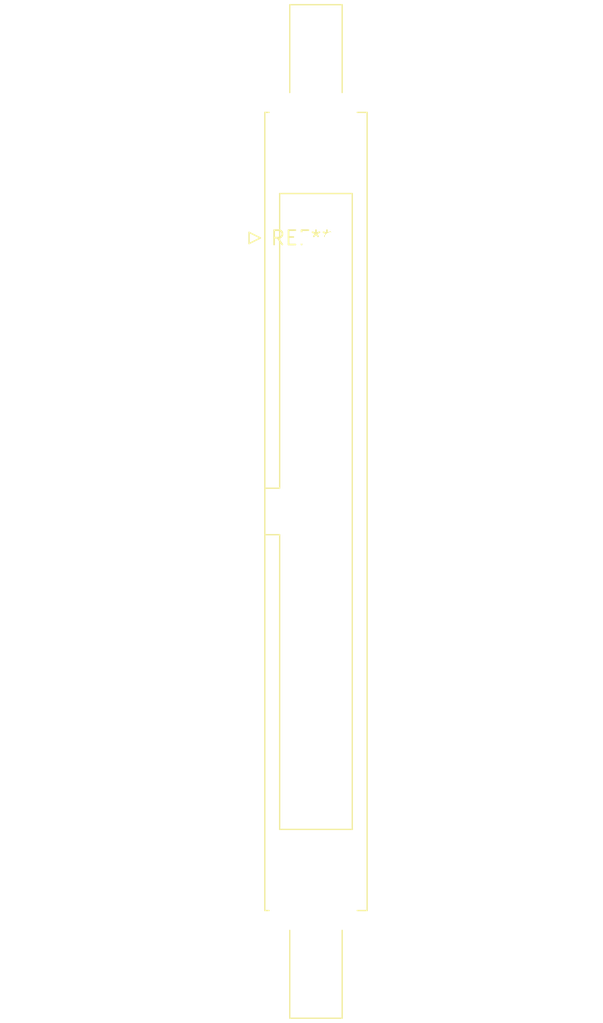
<source format=kicad_pcb>
(kicad_pcb (version 20240108) (generator pcbnew)
  (layers (0 "F.Cu" signal) (31 "B.Cu" signal) (34 "B.Paste" user) (35 "F.Paste" user) (36 "B.SilkS" user "B.Silkscreen") (37 "F.SilkS" user "F.Silkscreen") (38 "B.Mask" user) (39 "F.Mask" user) (44 "Edge.Cuts" user))
  (net 0 "")
  (footprint "IDC-Header_2x20-1MP_P2.54mm_Latch9.5mm_Vertical" (layer "F.Cu") (at 0 0)
    (property "Reference" "REF**")
    (property "Value" "IDC-Header_2x20-1MP_P2.54mm_Latch9.5mm_Vertical")
    (fp_line (start -4.63 -0.5) (end -4.63 0.5) (layer "F.SilkS") (stroke (width 0.12)))
    (fp_line (start -4.63 0.5) (end -3.63 0) (layer "F.SilkS") (stroke (width 0.12)))
    (fp_line (start -3.63 0) (end -4.63 -0.5) (layer "F.SilkS") (stroke (width 0.12)))
    (fp_line (start -3.24 -11.08) (end -3.24 59.34) (layer "F.SilkS") (stroke (width 0.12)))
    (fp_line (start -3.24 22.08) (end -1.93 22.08) (layer "F.SilkS") (stroke (width 0.12)))
    (fp_line (start -3.24 59.34) (end -2.87 59.34) (layer "F.SilkS") (stroke (width 0.12)))
    (fp_line (start -2.87 -11.08) (end -3.24 -11.08) (layer "F.SilkS") (stroke (width 0.12)))
    (fp_line (start -1.93 -3.92) (end 4.47 -3.92) (layer "F.SilkS") (stroke (width 0.12)))
    (fp_line (start -1.93 22.08) (end -1.93 -3.92) (layer "F.SilkS") (stroke (width 0.12)))
    (fp_line (start -1.93 26.18) (end -3.24 26.18) (layer "F.SilkS") (stroke (width 0.12)))
    (fp_line (start -1.93 26.18) (end -1.93 26.18) (layer "F.SilkS") (stroke (width 0.12)))
    (fp_line (start -1.93 52.18) (end -1.93 26.18) (layer "F.SilkS") (stroke (width 0.12)))
    (fp_line (start -1.04 -20.58) (end 3.58 -20.58) (layer "F.SilkS") (stroke (width 0.12)))
    (fp_line (start -1.04 -12.83) (end -1.04 -20.58) (layer "F.SilkS") (stroke (width 0.12)))
    (fp_line (start -1.04 61.09) (end -1.04 68.84) (layer "F.SilkS") (stroke (width 0.12)))
    (fp_line (start -1.04 68.84) (end 3.58 68.84) (layer "F.SilkS") (stroke (width 0.12)))
    (fp_line (start 3.58 -20.58) (end 3.58 -12.83) (layer "F.SilkS") (stroke (width 0.12)))
    (fp_line (start 3.58 68.84) (end 3.58 61.09) (layer "F.SilkS") (stroke (width 0.12)))
    (fp_line (start 4.47 -3.92) (end 4.47 52.18) (layer "F.SilkS") (stroke (width 0.12)))
    (fp_line (start 4.47 52.18) (end -1.93 52.18) (layer "F.SilkS") (stroke (width 0.12)))
    (fp_line (start 4.91 -11.08) (end 5.78 -11.08) (layer "F.SilkS") (stroke (width 0.12)))
    (fp_line (start 5.78 -11.08) (end 5.78 59.34) (layer "F.SilkS") (stroke (width 0.12)))
    (fp_line (start 5.78 59.34) (end 4.91 59.34) (layer "F.SilkS") (stroke (width 0.12)))
    (pad "1" thru_hole roundrect (at 0 0) (size 1.7 1.7) (drill 1) (layers *.Cu *.Mask) (remove_unused_layers) (roundrect_rratio 0.147059))
    (pad "2" thru_hole circle (at 2.54 0) (size 1.7 1.7) (drill 1) (layers *.Cu *.Mask) (remove_unused_layers))
    (pad "3" thru_hole circle (at 0 2.54) (size 1.7 1.7) (drill 1) (layers *.Cu *.Mask) (remove_unused_layers))
    (pad "4" thru_hole circle (at 2.54 2.54) (size 1.7 1.7) (drill 1) (layers *.Cu *.Mask) (remove_unused_layers))
    (pad "5" thru_hole circle (at 0 5.08) (size 1.7 1.7) (drill 1) (layers *.Cu *.Mask) (remove_unused_layers))
    (pad "6" thru_hole circle (at 2.54 5.08) (size 1.7 1.7) (drill 1) (layers *.Cu *.Mask) (remove_unused_layers))
    (pad "7" thru_hole circle (at 0 7.62) (size 1.7 1.7) (drill 1) (layers *.Cu *.Mask) (remove_unused_layers))
    (pad "8" thru_hole circle (at 2.54 7.62) (size 1.7 1.7) (drill 1) (layers *.Cu *.Mask) (remove_unused_layers))
    (pad "9" thru_hole circle (at 0 10.16) (size 1.7 1.7) (drill 1) (layers *.Cu *.Mask) (remove_unused_layers))
    (pad "10" thru_hole circle (at 2.54 10.16) (size 1.7 1.7) (drill 1) (layers *.Cu *.Mask) (remove_unused_layers))
    (pad "11" thru_hole circle (at 0 12.7) (size 1.7 1.7) (drill 1) (layers *.Cu *.Mask) (remove_unused_layers))
    (pad "12" thru_hole circle (at 2.54 12.7) (size 1.7 1.7) (drill 1) (layers *.Cu *.Mask) (remove_unused_layers))
    (pad "13" thru_hole circle (at 0 15.24) (size 1.7 1.7) (drill 1) (layers *.Cu *.Mask) (remove_unused_layers))
    (pad "14" thru_hole circle (at 2.54 15.24) (size 1.7 1.7) (drill 1) (layers *.Cu *.Mask) (remove_unused_layers))
    (pad "15" thru_hole circle (at 0 17.78) (size 1.7 1.7) (drill 1) (layers *.Cu *.Mask) (remove_unused_layers))
    (pad "16" thru_hole circle (at 2.54 17.78) (size 1.7 1.7) (drill 1) (layers *.Cu *.Mask) (remove_unused_layers))
    (pad "17" thru_hole circle (at 0 20.32) (size 1.7 1.7) (drill 1) (layers *.Cu *.Mask) (remove_unused_layers))
    (pad "18" thru_hole circle (at 2.54 20.32) (size 1.7 1.7) (drill 1) (layers *.Cu *.Mask) (remove_unused_layers))
    (pad "19" thru_hole circle (at 0 22.86) (size 1.7 1.7) (drill 1) (layers *.Cu *.Mask) (remove_unused_layers))
    (pad "20" thru_hole circle (at 2.54 22.86) (size 1.7 1.7) (drill 1) (layers *.Cu *.Mask) (remove_unused_layers))
    (pad "21" thru_hole circle (at 0 25.4) (size 1.7 1.7) (drill 1) (layers *.Cu *.Mask) (remove_unused_layers))
    (pad "22" thru_hole circle (at 2.54 25.4) (size 1.7 1.7) (drill 1) (layers *.Cu *.Mask) (remove_unused_layers))
    (pad "23" thru_hole circle (at 0 27.94) (size 1.7 1.7) (drill 1) (layers *.Cu *.Mask) (remove_unused_layers))
    (pad "24" thru_hole circle (at 2.54 27.94) (size 1.7 1.7) (drill 1) (layers *.Cu *.Mask) (remove_unused_layers))
    (pad "25" thru_hole circle (at 0 30.48) (size 1.7 1.7) (drill 1) (layers *.Cu *.Mask) (remove_unused_layers))
    (pad "26" thru_hole circle (at 2.54 30.48) (size 1.7 1.7) (drill 1) (layers *.Cu *.Mask) (remove_unused_layers))
    (pad "27" thru_hole circle (at 0 33.02) (size 1.7 1.7) (drill 1) (layers *.Cu *.Mask) (remove_unused_layers))
    (pad "28" thru_hole circle (at 2.54 33.02) (size 1.7 1.7) (drill 1) (layers *.Cu *.Mask) (remove_unused_layers))
    (pad "29" thru_hole circle (at 0 35.56) (size 1.7 1.7) (drill 1) (layers *.Cu *.Mask) (remove_unused_layers))
    (pad "30" thru_hole circle (at 2.54 35.56) (size 1.7 1.7) (drill 1) (layers *.Cu *.Mask) (remove_unused_layers))
    (pad "31" thru_hole circle (at 0 38.1) (size 1.7 1.7) (drill 1) (layers *.Cu *.Mask) (remove_unused_layers))
    (pad "32" thru_hole circle (at 2.54 38.1) (size 1.7 1.7) (drill 1) (layers *.Cu *.Mask) (remove_unused_layers))
    (pad "33" thru_hole circle (at 0 40.64) (size 1.7 1.7) (drill 1) (layers *.Cu *.Mask) (remove_unused_layers))
    (pad "34" thru_hole circle (at 2.54 40.64) (size 1.7 1.7) (drill 1) (layers *.Cu *.Mask) (remove_unused_layers))
    (pad "35" thru_hole circle (at 0 43.18) (size 1.7 1.7) (drill 1) (layers *.Cu *.Mask) (remove_unused_layers))
    (pad "36" thru_hole circle (at 2.54 43.18) (size 1.7 1.7) (drill 1) (layers *.Cu *.Mask) (remove_unused_layers))
    (pad "37" thru_hole circle (at 0 45.72) (size 1.7 1.7) (drill 1) (layers *.Cu *.Mask) (remove_unused_layers))
    (pad "38" thru_hole circle (at 2.54 45.72) (size 1.7 1.7) (drill 1) (layers *.Cu *.Mask) (remove_unused_layers))
    (pad "39" thru_hole circle (at 0 48.26) (size 1.7 1.7) (drill 1) (layers *.Cu *.Mask) (remove_unused_layers))
    (pad "40" thru_hole circle (at 2.54 48.26) (size 1.7 1.7) (drill 1) (layers *.Cu *.Mask) (remove_unused_layers))
    (pad "MP" thru_hole circle (at 1.02 -8.94) (size 8 8) (drill 2.69) (layers *.Cu *.Mask) (remove_unused_layers))
    (pad "MP" thru_hole circle (at 1.02 57.2) (size 8 8) (drill 2.69) (layers *.Cu *.Mask) (remove_unused_layers))
  )
)
</source>
